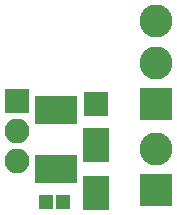
<source format=gbr>
G04 #@! TF.FileFunction,Soldermask,Top*
%FSLAX46Y46*%
G04 Gerber Fmt 4.6, Leading zero omitted, Abs format (unit mm)*
G04 Created by KiCad (PCBNEW 4.0.5+dfsg1-4) date Sat Aug  4 04:34:50 2018*
%MOMM*%
%LPD*%
G01*
G04 APERTURE LIST*
%ADD10C,0.100000*%
%ADD11R,1.200000X1.150000*%
%ADD12R,2.200000X2.900000*%
%ADD13R,3.550000X2.400000*%
%ADD14C,2.800000*%
%ADD15R,2.800000X2.800000*%
%ADD16R,2.100000X2.100000*%
%ADD17O,2.100000X2.100000*%
G04 APERTURE END LIST*
D10*
D11*
X126950000Y-107800000D03*
X128450000Y-107800000D03*
D12*
X131200000Y-107000000D03*
X131200000Y-103000000D03*
D13*
X127800000Y-100000000D03*
X127800000Y-105000000D03*
D14*
X136300000Y-103300000D03*
D15*
X136300000Y-106800000D03*
D16*
X131200000Y-99500000D03*
X124500000Y-99250000D03*
D17*
X124500000Y-101790000D03*
X124500000Y-104330000D03*
D14*
X136300000Y-96000000D03*
X136300000Y-92500000D03*
D15*
X136300000Y-99500000D03*
M02*

</source>
